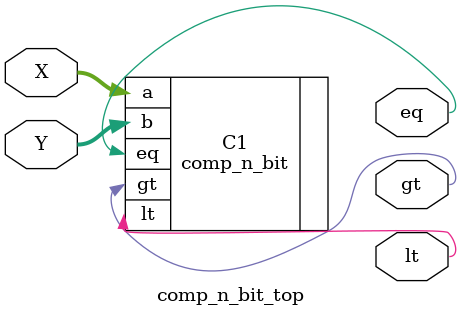
<source format=v>
/*This is the top level module which interfaces with the internal logic*/

module comp_n_bit_top
	#(parameter N=8)
	(
    input [N-1:0] X,
    input [N-1:0] Y,
    output gt,
    output eq,
    output lt
    );

comp_n_bit C1(.a(X), .b(Y), .gt(gt), .eq(eq), .lt(lt));	//Connecting top level module to the internal logic

endmodule

</source>
